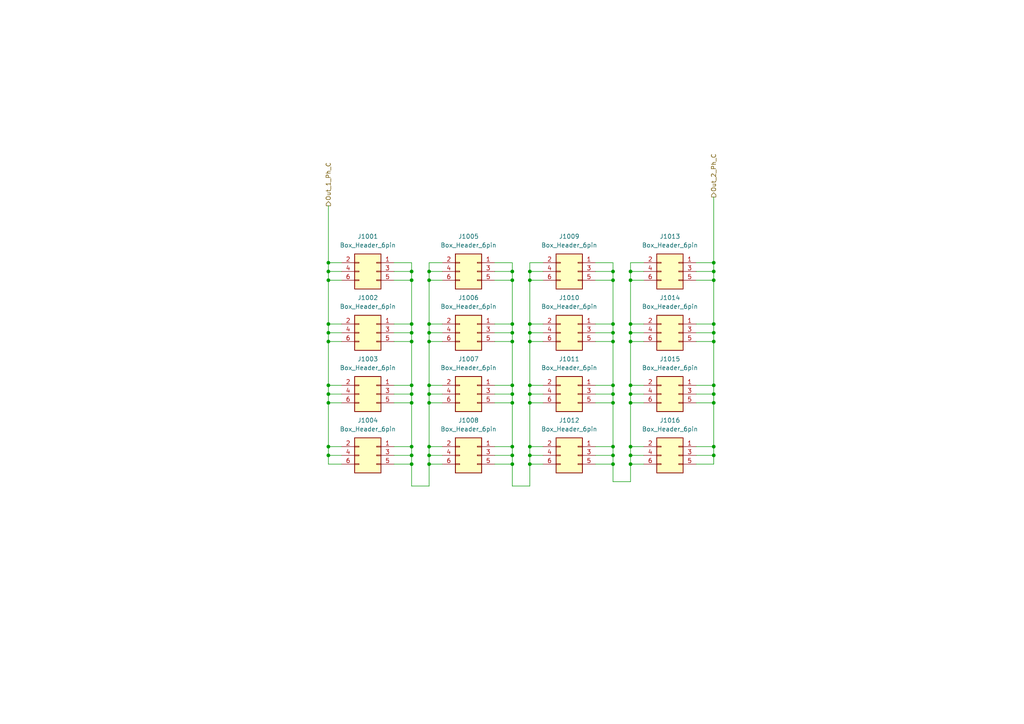
<source format=kicad_sch>
(kicad_sch (version 20250114) (generator "eeschema") (generator_version "9.0")
  (paper "A4")
  (lib_symbols
    (symbol "MYLIB_Misc:Box_Header_6pin" (pin_names (hide yes))
      (property "Reference" "J" (at 0 8.89 0))
      (property "Value" "Box_Header_6pin" (at 0 6.858 0))
      (symbol "Box_Header_6pin_1_1"
        (rectangle (start -3.81 5.08) (end 3.81 -5.08) (stroke (width 0.254)) (fill (type background)))
        (rectangle (start -3.81 2.667) (end -2.54 2.413) (stroke (width 0.1524)))
        (rectangle (start -3.81 0.127) (end -2.54 -0.127) (stroke (width 0.1524)))
        (rectangle (start -3.81 -2.413) (end -2.54 -2.667) (stroke (width 0.1524)))
        (rectangle (start 3.81 2.667) (end 2.54 2.413) (stroke (width 0.1524)))
        (rectangle (start 3.81 0.127) (end 2.54 -0.127) (stroke (width 0.1524)))
        (rectangle (start 3.81 -2.413) (end 2.54 -2.667) (stroke (width 0.1524)))
        (pin passive line (at -7.62 2.54 0) (length 3.81) (name "Pin_1") (number "1"))
        (pin passive line (at -7.62 0 0) (length 3.81) (name "Pin_3") (number "3"))
        (pin passive line (at -7.62 -2.54 0) (length 3.81) (name "Pin_5") (number "5"))
        (pin passive line (at 7.62 2.54 180) (length 3.81) (name "Pin_2") (number "2"))
        (pin passive line (at 7.62 0 180) (length 3.81) (name "Pin_4") (number "4"))
        (pin passive line (at 7.62 -2.54 180) (length 3.81) (name "Pin_6") (number "6"))
      )
    )
  )
  (junction (at 177.8 132.08))
  (junction (at 177.8 114.3))
  (junction (at 153.67 78.74))
  (junction (at 148.59 134.62))
  (junction (at 148.59 78.74))
  (junction (at 148.59 81.28))
  (junction (at 182.88 99.06))
  (junction (at 207.01 129.54))
  (junction (at 95.25 132.08))
  (junction (at 182.88 81.28))
  (junction (at 148.59 96.52))
  (junction (at 95.25 96.52))
  (junction (at 95.25 78.74))
  (junction (at 207.01 76.2))
  (junction (at 207.01 81.28))
  (junction (at 207.01 99.06))
  (junction (at 182.88 116.84))
  (junction (at 124.46 81.28))
  (junction (at 148.59 93.98))
  (junction (at 95.25 116.84))
  (junction (at 124.46 111.76))
  (junction (at 207.01 114.3))
  (junction (at 177.8 129.54))
  (junction (at 207.01 96.52))
  (junction (at 119.38 78.74))
  (junction (at 124.46 96.52))
  (junction (at 95.25 93.98))
  (junction (at 153.67 132.08))
  (junction (at 153.67 111.76))
  (junction (at 119.38 111.76))
  (junction (at 119.38 99.06))
  (junction (at 119.38 81.28))
  (junction (at 119.38 134.62))
  (junction (at 207.01 93.98))
  (junction (at 124.46 93.98))
  (junction (at 124.46 116.84))
  (junction (at 124.46 132.08))
  (junction (at 148.59 116.84))
  (junction (at 124.46 114.3))
  (junction (at 153.67 96.52))
  (junction (at 207.01 78.74))
  (junction (at 182.88 114.3))
  (junction (at 95.25 76.2))
  (junction (at 153.67 81.28))
  (junction (at 177.8 93.98))
  (junction (at 153.67 99.06))
  (junction (at 153.67 129.54))
  (junction (at 182.88 111.76))
  (junction (at 207.01 132.08))
  (junction (at 124.46 134.62))
  (junction (at 182.88 78.74))
  (junction (at 182.88 134.62))
  (junction (at 207.01 116.84))
  (junction (at 124.46 99.06))
  (junction (at 95.25 111.76))
  (junction (at 182.88 129.54))
  (junction (at 95.25 114.3))
  (junction (at 177.8 99.06))
  (junction (at 119.38 132.08))
  (junction (at 119.38 129.54))
  (junction (at 182.88 132.08))
  (junction (at 124.46 129.54))
  (junction (at 148.59 132.08))
  (junction (at 148.59 111.76))
  (junction (at 148.59 114.3))
  (junction (at 95.25 129.54))
  (junction (at 124.46 78.74))
  (junction (at 177.8 78.74))
  (junction (at 119.38 93.98))
  (junction (at 177.8 134.62))
  (junction (at 153.67 114.3))
  (junction (at 177.8 116.84))
  (junction (at 182.88 93.98))
  (junction (at 182.88 96.52))
  (junction (at 153.67 134.62))
  (junction (at 119.38 116.84))
  (junction (at 119.38 114.3))
  (junction (at 177.8 96.52))
  (junction (at 153.67 116.84))
  (junction (at 207.01 111.76))
  (junction (at 119.38 96.52))
  (junction (at 95.25 81.28))
  (junction (at 153.67 93.98))
  (junction (at 177.8 111.76))
  (junction (at 148.59 129.54))
  (junction (at 177.8 81.28))
  (junction (at 148.59 99.06))
  (junction (at 95.25 99.06))
  (wire (pts (xy 95.25 114.3) (xy 95.25 116.84)))
  (wire (pts (xy 157.48 78.74) (xy 153.67 78.74)))
  (wire (pts (xy 186.69 93.98) (xy 182.88 93.98)))
  (wire (pts (xy 186.69 111.76) (xy 182.88 111.76)))
  (wire (pts (xy 95.25 59.69) (xy 95.25 76.2)))
  (wire (pts (xy 157.48 111.76) (xy 153.67 111.76)))
  (wire (pts (xy 128.27 93.98) (xy 124.46 93.98)))
  (wire (pts (xy 172.72 129.54) (xy 177.8 129.54)))
  (wire (pts (xy 95.25 93.98) (xy 95.25 81.28)))
  (wire (pts (xy 99.06 93.98) (xy 95.25 93.98)))
  (wire (pts (xy 153.67 129.54) (xy 153.67 116.84)))
  (wire (pts (xy 99.06 99.06) (xy 95.25 99.06)))
  (wire (pts (xy 182.88 76.2) (xy 186.69 76.2)))
  (wire (pts (xy 119.38 81.28) (xy 119.38 93.98)))
  (wire (pts (xy 143.51 132.08) (xy 148.59 132.08)))
  (wire (pts (xy 119.38 78.74) (xy 119.38 76.2)))
  (wire (pts (xy 95.25 129.54) (xy 95.25 116.84)))
  (wire (pts (xy 128.27 114.3) (xy 124.46 114.3)))
  (wire (pts (xy 207.01 96.52) (xy 207.01 99.06)))
  (wire (pts (xy 157.48 81.28) (xy 153.67 81.28)))
  (wire (pts (xy 182.88 76.2) (xy 182.88 78.74)))
  (wire (pts (xy 186.69 99.06) (xy 182.88 99.06)))
  (wire (pts (xy 153.67 132.08) (xy 157.48 132.08)))
  (wire (pts (xy 186.69 134.62) (xy 182.88 134.62)))
  (wire (pts (xy 114.3 93.98) (xy 119.38 93.98)))
  (wire (pts (xy 143.51 111.76) (xy 148.59 111.76)))
  (wire (pts (xy 207.01 81.28) (xy 207.01 93.98)))
  (wire (pts (xy 201.93 134.62) (xy 207.01 134.62)))
  (wire (pts (xy 128.27 111.76) (xy 124.46 111.76)))
  (wire (pts (xy 119.38 96.52) (xy 119.38 99.06)))
  (wire (pts (xy 119.38 140.97) (xy 124.46 140.97)))
  (wire (pts (xy 157.48 116.84) (xy 153.67 116.84)))
  (wire (pts (xy 114.3 129.54) (xy 119.38 129.54)))
  (wire (pts (xy 128.27 116.84) (xy 124.46 116.84)))
  (wire (pts (xy 201.93 111.76) (xy 207.01 111.76)))
  (wire (pts (xy 172.72 114.3) (xy 177.8 114.3)))
  (wire (pts (xy 153.67 111.76) (xy 153.67 99.06)))
  (wire (pts (xy 148.59 111.76) (xy 148.59 114.3)))
  (wire (pts (xy 124.46 111.76) (xy 124.46 99.06)))
  (wire (pts (xy 119.38 132.08) (xy 119.38 134.62)))
  (wire (pts (xy 143.51 93.98) (xy 148.59 93.98)))
  (wire (pts (xy 99.06 81.28) (xy 95.25 81.28)))
  (wire (pts (xy 207.01 78.74) (xy 207.01 76.2)))
  (wire (pts (xy 207.01 57.15) (xy 207.01 76.2)))
  (wire (pts (xy 95.25 99.06) (xy 95.25 96.52)))
  (wire (pts (xy 182.88 129.54) (xy 182.88 132.08)))
  (wire (pts (xy 143.51 96.52) (xy 148.59 96.52)))
  (wire (pts (xy 182.88 96.52) (xy 182.88 93.98)))
  (wire (pts (xy 95.25 132.08) (xy 95.25 134.62)))
  (wire (pts (xy 182.88 93.98) (xy 182.88 81.28)))
  (wire (pts (xy 207.01 76.2) (xy 201.93 76.2)))
  (wire (pts (xy 119.38 116.84) (xy 119.38 129.54)))
  (wire (pts (xy 201.93 129.54) (xy 207.01 129.54)))
  (wire (pts (xy 153.67 76.2) (xy 153.67 78.74)))
  (wire (pts (xy 114.3 132.08) (xy 119.38 132.08)))
  (wire (pts (xy 114.3 81.28) (xy 119.38 81.28)))
  (wire (pts (xy 148.59 96.52) (xy 148.59 99.06)))
  (wire (pts (xy 124.46 93.98) (xy 124.46 81.28)))
  (wire (pts (xy 143.51 81.28) (xy 148.59 81.28)))
  (wire (pts (xy 124.46 129.54) (xy 124.46 132.08)))
  (wire (pts (xy 128.27 129.54) (xy 124.46 129.54)))
  (wire (pts (xy 119.38 78.74) (xy 119.38 81.28)))
  (wire (pts (xy 186.69 96.52) (xy 182.88 96.52)))
  (wire (pts (xy 172.72 116.84) (xy 177.8 116.84)))
  (wire (pts (xy 177.8 139.7) (xy 182.88 139.7)))
  (wire (pts (xy 153.67 96.52) (xy 153.67 93.98)))
  (wire (pts (xy 182.88 111.76) (xy 182.88 99.06)))
  (wire (pts (xy 172.72 96.52) (xy 177.8 96.52)))
  (wire (pts (xy 186.69 129.54) (xy 182.88 129.54)))
  (wire (pts (xy 143.51 134.62) (xy 148.59 134.62)))
  (wire (pts (xy 177.8 116.84) (xy 177.8 129.54)))
  (wire (pts (xy 177.8 76.2) (xy 172.72 76.2)))
  (wire (pts (xy 114.3 111.76) (xy 119.38 111.76)))
  (wire (pts (xy 143.51 129.54) (xy 148.59 129.54)))
  (wire (pts (xy 177.8 134.62) (xy 177.8 139.7)))
  (wire (pts (xy 201.93 81.28) (xy 207.01 81.28)))
  (wire (pts (xy 119.38 134.62) (xy 119.38 140.97)))
  (wire (pts (xy 99.06 96.52) (xy 95.25 96.52)))
  (wire (pts (xy 124.46 111.76) (xy 124.46 114.3)))
  (wire (pts (xy 148.59 129.54) (xy 148.59 132.08)))
  (wire (pts (xy 182.88 132.08) (xy 182.88 134.62)))
  (wire (pts (xy 124.46 96.52) (xy 124.46 93.98)))
  (wire (pts (xy 95.25 129.54) (xy 95.25 132.08)))
  (wire (pts (xy 95.25 132.08) (xy 99.06 132.08)))
  (wire (pts (xy 95.25 96.52) (xy 95.25 93.98)))
  (wire (pts (xy 153.67 76.2) (xy 157.48 76.2)))
  (wire (pts (xy 114.3 78.74) (xy 119.38 78.74)))
  (wire (pts (xy 186.69 116.84) (xy 182.88 116.84)))
  (wire (pts (xy 182.88 132.08) (xy 186.69 132.08)))
  (wire (pts (xy 95.25 76.2) (xy 95.25 78.74)))
  (wire (pts (xy 99.06 134.62) (xy 95.25 134.62)))
  (wire (pts (xy 186.69 81.28) (xy 182.88 81.28)))
  (wire (pts (xy 153.67 114.3) (xy 153.67 116.84)))
  (wire (pts (xy 182.88 114.3) (xy 182.88 116.84)))
  (wire (pts (xy 157.48 134.62) (xy 153.67 134.62)))
  (wire (pts (xy 201.93 99.06) (xy 207.01 99.06)))
  (wire (pts (xy 182.88 99.06) (xy 182.88 96.52)))
  (wire (pts (xy 114.3 114.3) (xy 119.38 114.3)))
  (wire (pts (xy 201.93 78.74) (xy 207.01 78.74)))
  (wire (pts (xy 148.59 78.74) (xy 148.59 81.28)))
  (wire (pts (xy 153.67 129.54) (xy 153.67 132.08)))
  (wire (pts (xy 148.59 76.2) (xy 143.51 76.2)))
  (wire (pts (xy 207.01 111.76) (xy 207.01 114.3)))
  (wire (pts (xy 182.88 78.74) (xy 182.88 81.28)))
  (wire (pts (xy 201.93 116.84) (xy 207.01 116.84)))
  (wire (pts (xy 177.8 96.52) (xy 177.8 99.06)))
  (wire (pts (xy 95.25 76.2) (xy 99.06 76.2)))
  (wire (pts (xy 207.01 132.08) (xy 207.01 134.62)))
  (wire (pts (xy 143.51 99.06) (xy 148.59 99.06)))
  (wire (pts (xy 148.59 134.62) (xy 148.59 140.97)))
  (wire (pts (xy 177.8 81.28) (xy 177.8 93.98)))
  (wire (pts (xy 177.8 78.74) (xy 177.8 76.2)))
  (wire (pts (xy 95.25 111.76) (xy 95.25 114.3)))
  (wire (pts (xy 143.51 114.3) (xy 148.59 114.3)))
  (wire (pts (xy 114.3 116.84) (xy 119.38 116.84)))
  (wire (pts (xy 128.27 134.62) (xy 124.46 134.62)))
  (wire (pts (xy 157.48 96.52) (xy 153.67 96.52)))
  (wire (pts (xy 177.8 78.74) (xy 177.8 81.28)))
  (wire (pts (xy 124.46 78.74) (xy 124.46 81.28)))
  (wire (pts (xy 143.51 78.74) (xy 148.59 78.74)))
  (wire (pts (xy 119.38 76.2) (xy 114.3 76.2)))
  (wire (pts (xy 201.93 96.52) (xy 207.01 96.52)))
  (wire (pts (xy 143.51 116.84) (xy 148.59 116.84)))
  (wire (pts (xy 128.27 81.28) (xy 124.46 81.28)))
  (wire (pts (xy 153.67 134.62) (xy 153.67 140.97)))
  (wire (pts (xy 157.48 114.3) (xy 153.67 114.3)))
  (wire (pts (xy 99.06 129.54) (xy 95.25 129.54)))
  (wire (pts (xy 148.59 81.28) (xy 148.59 93.98)))
  (wire (pts (xy 172.72 93.98) (xy 177.8 93.98)))
  (wire (pts (xy 114.3 96.52) (xy 119.38 96.52)))
  (wire (pts (xy 128.27 99.06) (xy 124.46 99.06)))
  (wire (pts (xy 177.8 111.76) (xy 177.8 114.3)))
  (wire (pts (xy 201.93 93.98) (xy 207.01 93.98)))
  (wire (pts (xy 153.67 132.08) (xy 153.67 134.62)))
  (wire (pts (xy 207.01 116.84) (xy 207.01 129.54)))
  (wire (pts (xy 172.72 81.28) (xy 177.8 81.28)))
  (wire (pts (xy 172.72 134.62) (xy 177.8 134.62)))
  (wire (pts (xy 124.46 132.08) (xy 124.46 134.62)))
  (wire (pts (xy 201.93 114.3) (xy 207.01 114.3)))
  (wire (pts (xy 128.27 78.74) (xy 124.46 78.74)))
  (wire (pts (xy 148.59 114.3) (xy 148.59 116.84)))
  (wire (pts (xy 119.38 111.76) (xy 119.38 114.3)))
  (wire (pts (xy 119.38 111.76) (xy 119.38 99.06)))
  (wire (pts (xy 201.93 132.08) (xy 207.01 132.08)))
  (wire (pts (xy 124.46 134.62) (xy 124.46 140.97)))
  (wire (pts (xy 148.59 78.74) (xy 148.59 76.2)))
  (wire (pts (xy 95.25 111.76) (xy 95.25 99.06)))
  (wire (pts (xy 119.38 114.3) (xy 119.38 116.84)))
  (wire (pts (xy 124.46 114.3) (xy 124.46 116.84)))
  (wire (pts (xy 114.3 99.06) (xy 119.38 99.06)))
  (wire (pts (xy 172.72 78.74) (xy 177.8 78.74)))
  (wire (pts (xy 124.46 76.2) (xy 124.46 78.74)))
  (wire (pts (xy 153.67 99.06) (xy 153.67 96.52)))
  (wire (pts (xy 148.59 116.84) (xy 148.59 129.54)))
  (wire (pts (xy 177.8 93.98) (xy 177.8 96.52)))
  (wire (pts (xy 172.72 99.06) (xy 177.8 99.06)))
  (wire (pts (xy 207.01 114.3) (xy 207.01 116.84)))
  (wire (pts (xy 207.01 93.98) (xy 207.01 96.52)))
  (wire (pts (xy 114.3 134.62) (xy 119.38 134.62)))
  (wire (pts (xy 157.48 93.98) (xy 153.67 93.98)))
  (wire (pts (xy 186.69 114.3) (xy 182.88 114.3)))
  (wire (pts (xy 177.8 132.08) (xy 177.8 134.62)))
  (wire (pts (xy 99.06 116.84) (xy 95.25 116.84)))
  (wire (pts (xy 99.06 78.74) (xy 95.25 78.74)))
  (wire (pts (xy 124.46 132.08) (xy 128.27 132.08)))
  (wire (pts (xy 119.38 129.54) (xy 119.38 132.08)))
  (wire (pts (xy 99.06 111.76) (xy 95.25 111.76)))
  (wire (pts (xy 153.67 111.76) (xy 153.67 114.3)))
  (wire (pts (xy 157.48 129.54) (xy 153.67 129.54)))
  (wire (pts (xy 128.27 96.52) (xy 124.46 96.52)))
  (wire (pts (xy 177.8 129.54) (xy 177.8 132.08)))
  (wire (pts (xy 182.88 139.7) (xy 182.88 134.62)))
  (wire (pts (xy 119.38 93.98) (xy 119.38 96.52)))
  (wire (pts (xy 124.46 129.54) (xy 124.46 116.84)))
  (wire (pts (xy 95.25 78.74) (xy 95.25 81.28)))
  (wire (pts (xy 177.8 111.76) (xy 177.8 99.06)))
  (wire (pts (xy 148.59 140.97) (xy 153.67 140.97)))
  (wire (pts (xy 157.48 99.06) (xy 153.67 99.06)))
  (wire (pts (xy 182.88 129.54) (xy 182.88 116.84)))
  (wire (pts (xy 172.72 132.08) (xy 177.8 132.08)))
  (wire (pts (xy 186.69 78.74) (xy 182.88 78.74)))
  (wire (pts (xy 124.46 99.06) (xy 124.46 96.52)))
  (wire (pts (xy 153.67 78.74) (xy 153.67 81.28)))
  (wire (pts (xy 207.01 78.74) (xy 207.01 81.28)))
  (wire (pts (xy 172.72 111.76) (xy 177.8 111.76)))
  (wire (pts (xy 124.46 76.2) (xy 128.27 76.2)))
  (wire (pts (xy 148.59 132.08) (xy 148.59 134.62)))
  (wire (pts (xy 177.8 114.3) (xy 177.8 116.84)))
  (wire (pts (xy 99.06 114.3) (xy 95.25 114.3)))
  (wire (pts (xy 207.01 111.76) (xy 207.01 99.06)))
  (wire (pts (xy 148.59 93.98) (xy 148.59 96.52)))
  (wire (pts (xy 153.67 93.98) (xy 153.67 81.28)))
  (wire (pts (xy 207.01 129.54) (xy 207.01 132.08)))
  (wire (pts (xy 148.59 111.76) (xy 148.59 99.06)))
  (wire (pts (xy 182.88 111.76) (xy 182.88 114.3)))
  (hierarchical_label "Out_2_Ph_C" (shape output) (at 207.01 57.15 90))
  (hierarchical_label "Out_1_Ph_C" (shape output) (at 95.25 59.69 90))
  (symbol (lib_id "MYLIB_Misc:Box_Header_6pin") (at 165.1 96.52 0) (mirror y) (unit 1)
    (property "Reference" "J1010" (at 165.1 86.36 0))
    (property "Value" "Box_Header_6pin" (at 165.1 88.9 0))
    (property "Footprint" "Connector_IDC:IDC-Header_2x03_P2.54mm_Vertical" (effects (hide yes)))
    (property "Datasheet" "https://www.reichelt.de/de/de/shop/produkt/wannenstecker_6-polig_gewinkelt-105978" (effects (hide yes)))
    (property "Description" "Wannenstecker 6pin, THT Vertikal" (effects (hide yes)))
  )
  (symbol (lib_id "MYLIB_Misc:Box_Header_6pin") (at 194.31 132.08 0) (mirror y) (unit 1)
    (property "Reference" "J1016" (at 194.31 121.92 0))
    (property "Value" "Box_Header_6pin" (at 194.31 124.46 0))
    (property "Footprint" "Connector_IDC:IDC-Header_2x03_P2.54mm_Vertical" (effects (hide yes)))
    (property "Datasheet" "https://www.reichelt.de/de/de/shop/produkt/wannenstecker_6-polig_gewinkelt-105978" (effects (hide yes)))
    (property "Description" "Wannenstecker 6pin, THT Vertikal" (effects (hide yes)))
  )
  (symbol (lib_id "MYLIB_Misc:Box_Header_6pin") (at 194.31 114.3 0) (mirror y) (unit 1)
    (property "Reference" "J1015" (at 194.31 104.14 0))
    (property "Value" "Box_Header_6pin" (at 194.31 106.68 0))
    (property "Footprint" "Connector_IDC:IDC-Header_2x03_P2.54mm_Vertical" (effects (hide yes)))
    (property "Datasheet" "https://www.reichelt.de/de/de/shop/produkt/wannenstecker_6-polig_gewinkelt-105978" (effects (hide yes)))
    (property "Description" "Wannenstecker 6pin, THT Vertikal" (effects (hide yes)))
  )
  (symbol (lib_id "MYLIB_Misc:Box_Header_6pin") (at 165.1 114.3 0) (mirror y) (unit 1)
    (property "Reference" "J1011" (at 165.1 104.14 0))
    (property "Value" "Box_Header_6pin" (at 165.1 106.68 0))
    (property "Footprint" "Connector_IDC:IDC-Header_2x03_P2.54mm_Vertical" (effects (hide yes)))
    (property "Datasheet" "https://www.reichelt.de/de/de/shop/produkt/wannenstecker_6-polig_gewinkelt-105978" (effects (hide yes)))
    (property "Description" "Wannenstecker 6pin, THT Vertikal" (effects (hide yes)))
  )
  (symbol (lib_id "MYLIB_Misc:Box_Header_6pin") (at 106.68 78.74 0) (mirror y) (unit 1)
    (property "Reference" "J1001" (at 106.68 68.58 0))
    (property "Value" "Box_Header_6pin" (at 106.68 71.12 0))
    (property "Footprint" "Connector_IDC:IDC-Header_2x03_P2.54mm_Vertical" (effects (hide yes)))
    (property "Datasheet" "https://www.reichelt.de/de/de/shop/produkt/wannenstecker_6-polig_gewinkelt-105978" (effects (hide yes)))
    (property "Description" "Wannenstecker 6pin, THT Vertikal" (effects (hide yes)))
  )
  (symbol (lib_id "MYLIB_Misc:Box_Header_6pin") (at 106.68 114.3 0) (mirror y) (unit 1)
    (property "Reference" "J1003" (at 106.68 104.14 0))
    (property "Value" "Box_Header_6pin" (at 106.68 106.68 0))
    (property "Footprint" "Connector_IDC:IDC-Header_2x03_P2.54mm_Vertical" (effects (hide yes)))
    (property "Datasheet" "https://www.reichelt.de/de/de/shop/produkt/wannenstecker_6-polig_gewinkelt-105978" (effects (hide yes)))
    (property "Description" "Wannenstecker 6pin, THT Vertikal" (effects (hide yes)))
  )
  (symbol (lib_id "MYLIB_Misc:Box_Header_6pin") (at 165.1 132.08 0) (mirror y) (unit 1)
    (property "Reference" "J1012" (at 165.1 121.92 0))
    (property "Value" "Box_Header_6pin" (at 165.1 124.46 0))
    (property "Footprint" "Connector_IDC:IDC-Header_2x03_P2.54mm_Vertical" (effects (hide yes)))
    (property "Datasheet" "https://www.reichelt.de/de/de/shop/produkt/wannenstecker_6-polig_gewinkelt-105978" (effects (hide yes)))
    (property "Description" "Wannenstecker 6pin, THT Vertikal" (effects (hide yes)))
  )
  (symbol (lib_id "MYLIB_Misc:Box_Header_6pin") (at 194.31 78.74 0) (mirror y) (unit 1)
    (property "Reference" "J1013" (at 194.31 68.58 0))
    (property "Value" "Box_Header_6pin" (at 194.31 71.12 0))
    (property "Footprint" "Connector_IDC:IDC-Header_2x03_P2.54mm_Vertical" (effects (hide yes)))
    (property "Datasheet" "https://www.reichelt.de/de/de/shop/produkt/wannenstecker_6-polig_gewinkelt-105978" (effects (hide yes)))
    (property "Description" "Wannenstecker 6pin, THT Vertikal" (effects (hide yes)))
  )
  (symbol (lib_id "MYLIB_Misc:Box_Header_6pin") (at 194.31 96.52 0) (mirror y) (unit 1)
    (property "Reference" "J1014" (at 194.31 86.36 0))
    (property "Value" "Box_Header_6pin" (at 194.31 88.9 0))
    (property "Footprint" "Connector_IDC:IDC-Header_2x03_P2.54mm_Vertical" (effects (hide yes)))
    (property "Datasheet" "https://www.reichelt.de/de/de/shop/produkt/wannenstecker_6-polig_gewinkelt-105978" (effects (hide yes)))
    (property "Description" "Wannenstecker 6pin, THT Vertikal" (effects (hide yes)))
  )
  (symbol (lib_id "MYLIB_Misc:Box_Header_6pin") (at 135.89 78.74 0) (mirror y) (unit 1)
    (property "Reference" "J1005" (at 135.89 68.58 0))
    (property "Value" "Box_Header_6pin" (at 135.89 71.12 0))
    (property "Footprint" "Connector_IDC:IDC-Header_2x03_P2.54mm_Vertical" (effects (hide yes)))
    (property "Datasheet" "https://www.reichelt.de/de/de/shop/produkt/wannenstecker_6-polig_gewinkelt-105978" (effects (hide yes)))
    (property "Description" "Wannenstecker 6pin, THT Vertikal" (effects (hide yes)))
  )
  (symbol (lib_id "MYLIB_Misc:Box_Header_6pin") (at 135.89 96.52 0) (mirror y) (unit 1)
    (property "Reference" "J1006" (at 135.89 86.36 0))
    (property "Value" "Box_Header_6pin" (at 135.89 88.9 0))
    (property "Footprint" "Connector_IDC:IDC-Header_2x03_P2.54mm_Vertical" (effects (hide yes)))
    (property "Datasheet" "https://www.reichelt.de/de/de/shop/produkt/wannenstecker_6-polig_gewinkelt-105978" (effects (hide yes)))
    (property "Description" "Wannenstecker 6pin, THT Vertikal" (effects (hide yes)))
  )
  (symbol (lib_id "MYLIB_Misc:Box_Header_6pin") (at 106.68 132.08 0) (mirror y) (unit 1)
    (property "Reference" "J1004" (at 106.68 121.92 0))
    (property "Value" "Box_Header_6pin" (at 106.68 124.46 0))
    (property "Footprint" "Connector_IDC:IDC-Header_2x03_P2.54mm_Vertical" (effects (hide yes)))
    (property "Datasheet" "https://www.reichelt.de/de/de/shop/produkt/wannenstecker_6-polig_gewinkelt-105978" (effects (hide yes)))
    (property "Description" "Wannenstecker 6pin, THT Vertikal" (effects (hide yes)))
  )
  (symbol (lib_id "MYLIB_Misc:Box_Header_6pin") (at 135.89 132.08 0) (mirror y) (unit 1)
    (property "Reference" "J1008" (at 135.89 121.92 0))
    (property "Value" "Box_Header_6pin" (at 135.89 124.46 0))
    (property "Footprint" "Connector_IDC:IDC-Header_2x03_P2.54mm_Vertical" (effects (hide yes)))
    (property "Datasheet" "https://www.reichelt.de/de/de/shop/produkt/wannenstecker_6-polig_gewinkelt-105978" (effects (hide yes)))
    (property "Description" "Wannenstecker 6pin, THT Vertikal" (effects (hide yes)))
  )
  (symbol (lib_id "MYLIB_Misc:Box_Header_6pin") (at 165.1 78.74 0) (mirror y) (unit 1)
    (property "Reference" "J1009" (at 165.1 68.58 0))
    (property "Value" "Box_Header_6pin" (at 165.1 71.12 0))
    (property "Footprint" "Connector_IDC:IDC-Header_2x03_P2.54mm_Vertical" (effects (hide yes)))
    (property "Datasheet" "https://www.reichelt.de/de/de/shop/produkt/wannenstecker_6-polig_gewinkelt-105978" (effects (hide yes)))
    (property "Description" "Wannenstecker 6pin, THT Vertikal" (effects (hide yes)))
  )
  (symbol (lib_id "MYLIB_Misc:Box_Header_6pin") (at 135.89 114.3 0) (mirror y) (unit 1)
    (property "Reference" "J1007" (at 135.89 104.14 0))
    (property "Value" "Box_Header_6pin" (at 135.89 106.68 0))
    (property "Footprint" "Connector_IDC:IDC-Header_2x03_P2.54mm_Vertical" (effects (hide yes)))
    (property "Datasheet" "https://www.reichelt.de/de/de/shop/produkt/wannenstecker_6-polig_gewinkelt-105978" (effects (hide yes)))
    (property "Description" "Wannenstecker 6pin, THT Vertikal" (effects (hide yes)))
  )
  (symbol (lib_id "MYLIB_Misc:Box_Header_6pin") (at 106.68 96.52 0) (mirror y) (unit 1)
    (property "Reference" "J1002" (at 106.68 86.36 0))
    (property "Value" "Box_Header_6pin" (at 106.68 88.9 0))
    (property "Footprint" "Connector_IDC:IDC-Header_2x03_P2.54mm_Vertical" (effects (hide yes)))
    (property "Datasheet" "https://www.reichelt.de/de/de/shop/produkt/wannenstecker_6-polig_gewinkelt-105978" (effects (hide yes)))
    (property "Description" "Wannenstecker 6pin, THT Vertikal" (effects (hide yes)))
  )
)
</source>
